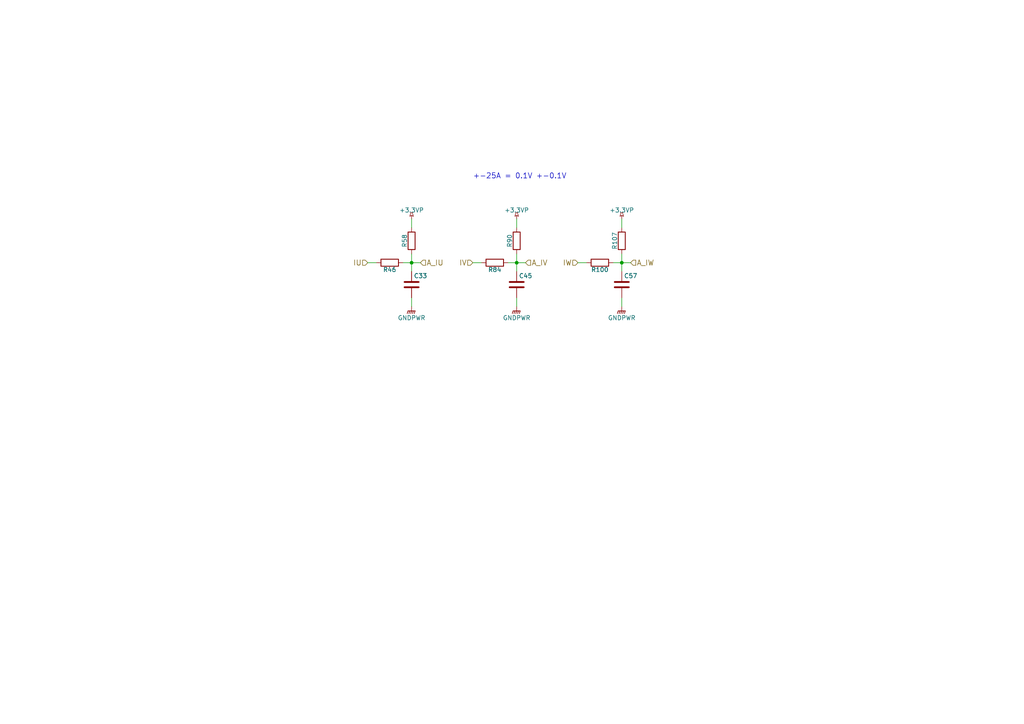
<source format=kicad_sch>
(kicad_sch (version 20211123) (generator eeschema)
  (paper "A4")
  (lib_symbols
    (symbol "stmbl_4.0-rescue:+3.3VP-stmbl" (power) (pin_names (offset 0))
      (property "Value" "+3.3VP-stmbl" (at 0 2.54 0))
      (symbol "+3.3VP-stmbl_0_0"
        (pin power_in line (at 0 0 90) (length 0) hide (name "+3.3VP") (number "1"))
      )
      (symbol "+3.3VP-stmbl_0_1"
        (polyline (pts (xy 0 0) (xy 0 1.016) (xy 0 1.016)))
        (polyline (pts (xy 0.508 0.762) (xy 0 1.016) (xy -0.508 0.762) (xy -0.254 1.778) (xy 0.254 1.778) (xy 0.508 0.762) (xy 0.508 0.762)))
      )
    )
    (symbol "stmbl_4.0-rescue:C-stmbl" (pin_numbers hide) (pin_names (offset 0.254))
      (property "Reference" "C" (at 0.635 2.54 0))
      (property "Value" "C-stmbl" (at 0.635 -2.54 0))
      (symbol "C-stmbl_0_1"
        (polyline (pts (xy -2.032 -0.762) (xy 2.032 -0.762)) (stroke (width 0.508)))
        (polyline (pts (xy -2.032 0.762) (xy 2.032 0.762)) (stroke (width 0.508)))
      )
      (symbol "C-stmbl_1_1"
        (pin passive line (at 0 3.81 270) (length 2.794) (name "~") (number "1"))
        (pin passive line (at 0 -3.81 90) (length 2.794) (name "~") (number "2"))
      )
    )
    (symbol "stmbl_4.0-rescue:GNDPWR-stmbl" (power) (pin_names (offset 0))
      (property "Value" "GNDPWR-stmbl" (at 0 -3.302 0))
      (symbol "GNDPWR-stmbl_0_1"
        (polyline (pts (xy 0 -1.27) (xy 0 0)))
        (polyline (pts (xy -1.016 -1.27) (xy -1.27 -2.032) (xy -1.27 -2.032)) (stroke (width 0.2032)))
        (polyline (pts (xy -0.508 -1.27) (xy -0.762 -2.032) (xy -0.762 -2.032)) (stroke (width 0.2032)))
        (polyline (pts (xy 0 -1.27) (xy -0.254 -2.032) (xy -0.254 -2.032)) (stroke (width 0.2032)))
        (polyline (pts (xy 0.508 -1.27) (xy 0.254 -2.032) (xy 0.254 -2.032)) (stroke (width 0.2032)))
        (polyline (pts (xy 1.016 -1.27) (xy -1.016 -1.27) (xy -1.016 -1.27)) (stroke (width 0.2032)))
        (polyline (pts (xy 1.016 -1.27) (xy 0.762 -2.032) (xy 0.762 -2.032) (xy 0.762 -2.032)) (stroke (width 0.2032)))
      )
      (symbol "GNDPWR-stmbl_1_1"
        (pin power_in line (at 0 0 90) (length 0) hide (name "GNDPWR") (number "1"))
      )
    )
    (symbol "stmbl_4.0-rescue:R-stmbl" (pin_numbers hide) (pin_names (offset 0))
      (property "Reference" "R" (at 2.032 0 90))
      (property "Value" "R-stmbl" (at 0 0 90))
      (symbol "R-stmbl_0_1"
        (rectangle (start -1.016 -2.54) (end 1.016 2.54) (stroke (width 0.254)))
      )
      (symbol "R-stmbl_1_1"
        (pin passive line (at 0 3.81 270) (length 1.27) (name "~") (number "1"))
        (pin passive line (at 0 -3.81 90) (length 1.27) (name "~") (number "2"))
      )
    )
  )
  (junction (at 119.38 76.2))
  (junction (at 149.86 76.2))
  (junction (at 180.34 76.2))
  (wire (pts (xy 180.34 63.5) (xy 180.34 66.04)))
  (wire (pts (xy 137.16 76.2) (xy 139.7 76.2)))
  (wire (pts (xy 119.38 88.9) (xy 119.38 86.36)))
  (wire (pts (xy 119.38 76.2) (xy 121.92 76.2)))
  (wire (pts (xy 149.86 76.2) (xy 152.4 76.2)))
  (wire (pts (xy 116.84 76.2) (xy 119.38 76.2)))
  (wire (pts (xy 149.86 63.5) (xy 149.86 66.04)))
  (wire (pts (xy 180.34 76.2) (xy 182.88 76.2)))
  (wire (pts (xy 119.38 78.74) (xy 119.38 76.2)))
  (wire (pts (xy 106.68 76.2) (xy 109.22 76.2)))
  (wire (pts (xy 119.38 63.5) (xy 119.38 66.04)))
  (wire (pts (xy 147.32 76.2) (xy 149.86 76.2)))
  (wire (pts (xy 167.64 76.2) (xy 170.18 76.2)))
  (wire (pts (xy 119.38 76.2) (xy 119.38 73.66)))
  (wire (pts (xy 177.8 76.2) (xy 180.34 76.2)))
  (wire (pts (xy 149.86 88.9) (xy 149.86 86.36)))
  (wire (pts (xy 149.86 76.2) (xy 149.86 73.66)))
  (wire (pts (xy 180.34 76.2) (xy 180.34 73.66)))
  (wire (pts (xy 149.86 78.74) (xy 149.86 76.2)))
  (wire (pts (xy 180.34 88.9) (xy 180.34 86.36)))
  (wire (pts (xy 180.34 78.74) (xy 180.34 76.2)))
  (text "+-25A = 0.1V +-0.1V" (at 137.16 52.07 0) (effects (font (size 1.524 1.524)) (justify left bottom)))
  (hierarchical_label "IW" (shape input) (at 167.64 76.2 180) (effects (font (size 1.524 1.524))))
  (hierarchical_label "A_IU" (shape input) (at 121.92 76.2 0) (effects (font (size 1.524 1.524))))
  (hierarchical_label "IV" (shape input) (at 137.16 76.2 180) (effects (font (size 1.524 1.524))))
  (hierarchical_label "IU" (shape input) (at 106.68 76.2 180) (effects (font (size 1.524 1.524))))
  (hierarchical_label "A_IV" (shape input) (at 152.4 76.2 0) (effects (font (size 1.524 1.524))))
  (hierarchical_label "A_IW" (shape input) (at 182.88 76.2 0) (effects (font (size 1.524 1.524))))
  (symbol (lib_id "stmbl_4.0-rescue:+3.3VP-stmbl") (at 119.38 63.5 0) (unit 1)
    (property "Reference" "#PWR064" (effects hide))
  )
  (symbol (lib_id "stmbl_4.0-rescue:GNDPWR-stmbl") (at 119.38 88.9 0) (unit 1)
    (property "Reference" "#PWR065" (effects hide))
  )
  (symbol (lib_id "stmbl_4.0-rescue:R-stmbl") (at 113.03 76.2 270) (unit 1)
    (property "Reference" "R46" (at 113.03 78.232 90))
    (property "Tolerance" "1%" (effects hide))
  )
  (symbol (lib_id "stmbl_4.0-rescue:C-stmbl") (at 119.38 82.55 0) (unit 1)
    (property "Reference" "C33" (at 120.015 80.01 0) (effects (justify left)))
    (property "Voltage" "50V" (effects hide))
    (property "Tolerance" "X5R" (effects hide))
  )
  (symbol (lib_id "stmbl_4.0-rescue:R-stmbl") (at 119.38 69.85 180) (unit 1)
    (property "Reference" "R58" (at 117.348 69.85 90))
    (property "Tolerance" "1%" (effects hide))
  )
  (symbol (lib_id "stmbl_4.0-rescue:+3.3VP-stmbl") (at 149.86 63.5 0) (unit 1)
    (property "Reference" "#PWR066" (effects hide))
  )
  (symbol (lib_id "stmbl_4.0-rescue:GNDPWR-stmbl") (at 149.86 88.9 0) (unit 1)
    (property "Reference" "#PWR067" (effects hide))
  )
  (symbol (lib_id "stmbl_4.0-rescue:R-stmbl") (at 143.51 76.2 270) (unit 1)
    (property "Reference" "R84" (at 143.51 78.232 90))
    (property "Tolerance" "1%" (effects hide))
  )
  (symbol (lib_id "stmbl_4.0-rescue:C-stmbl") (at 149.86 82.55 0) (unit 1)
    (property "Reference" "C45" (at 150.495 80.01 0) (effects (justify left)))
    (property "Voltage" "50V" (effects hide))
    (property "Tolerance" "X5R" (effects hide))
  )
  (symbol (lib_id "stmbl_4.0-rescue:R-stmbl") (at 149.86 69.85 180) (unit 1)
    (property "Reference" "R90" (at 147.828 69.85 90))
    (property "Tolerance" "1%" (effects hide))
  )
  (symbol (lib_id "stmbl_4.0-rescue:+3.3VP-stmbl") (at 180.34 63.5 0) (unit 1)
    (property "Reference" "#PWR068" (effects hide))
  )
  (symbol (lib_id "stmbl_4.0-rescue:GNDPWR-stmbl") (at 180.34 88.9 0) (unit 1)
    (property "Reference" "#PWR069" (effects hide))
  )
  (symbol (lib_id "stmbl_4.0-rescue:R-stmbl") (at 173.99 76.2 270) (unit 1)
    (property "Reference" "R100" (at 173.99 78.232 90))
    (property "Tolerance" "1%" (effects hide))
  )
  (symbol (lib_id "stmbl_4.0-rescue:C-stmbl") (at 180.34 82.55 0) (unit 1)
    (property "Reference" "C57" (at 180.975 80.01 0) (effects (justify left)))
    (property "Voltage" "50V" (effects hide))
    (property "Tolerance" "X5R" (effects hide))
  )
  (symbol (lib_id "stmbl_4.0-rescue:R-stmbl") (at 180.34 69.85 180) (unit 1)
    (property "Reference" "R107" (at 178.308 69.85 90))
    (property "Tolerance" "1%" (effects hide))
  )
)
</source>
